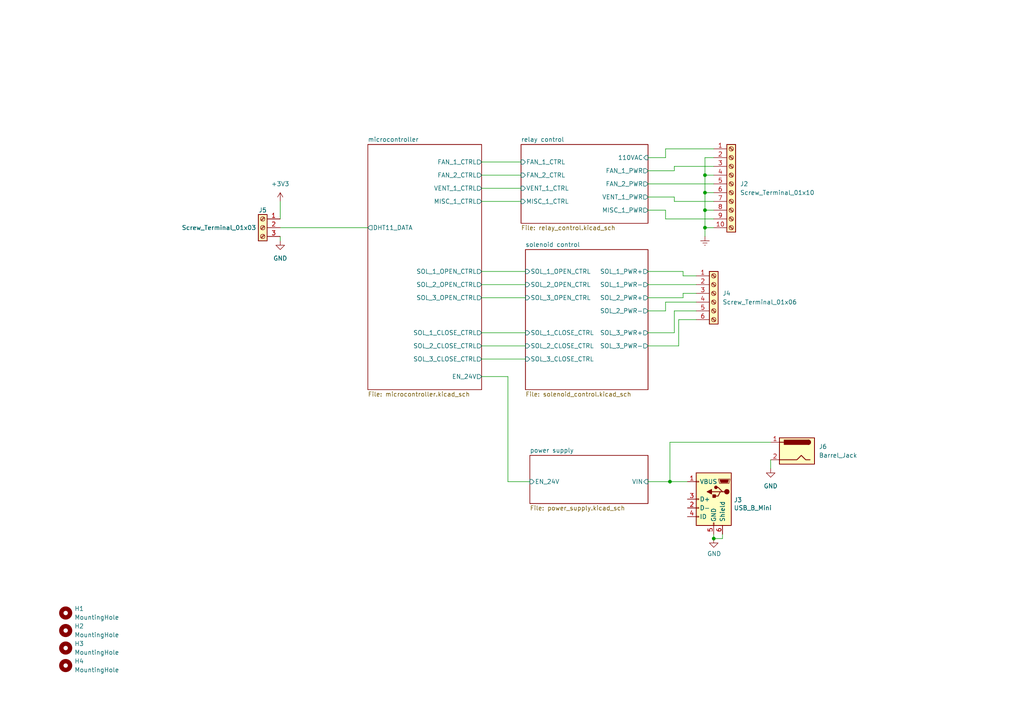
<source format=kicad_sch>
(kicad_sch (version 20211123) (generator eeschema)
  (paper "A4")
  (lib_symbols
    (symbol "Connector:Barrel_Jack" (pin_names (offset 1.016))
      (property "Reference" "J" (at 0 5.334 0))
      (property "Value" "Barrel_Jack" (at 0 -5.08 0))
      (symbol "Barrel_Jack_0_1"
        (rectangle (start -5.08 3.81) (end 5.08 -3.81) (stroke (width 0.254)) (fill (type background)))
        (arc (start -3.302 3.175) (mid -3.937 2.54) (end -3.302 1.905) (stroke (width 0.254)))
        (arc (start -3.302 3.175) (mid -3.937 2.54) (end -3.302 1.905) (stroke (width 0.254)) (fill (type outline)))
        (polyline (pts (xy 5.08 2.54) (xy 3.81 2.54)) (stroke (width 0.254)))
        (polyline (pts (xy -3.81 -2.54) (xy -2.54 -2.54) (xy -1.27 -1.27) (xy 0 -2.54) (xy 2.54 -2.54) (xy 5.08 -2.54)) (stroke (width 0.254)))
        (rectangle (start 3.683 3.175) (end -3.302 1.905) (stroke (width 0.254)) (fill (type outline)))
      )
      (symbol "Barrel_Jack_1_1"
        (pin passive line (at 7.62 2.54 180) (length 2.54) (name "~") (number "1"))
        (pin passive line (at 7.62 -2.54 180) (length 2.54) (name "~") (number "2"))
      )
    )
    (symbol "Connector:Screw_Terminal_01x03" (pin_names (offset 1.016) hide)
      (property "Reference" "J" (at 0 5.08 0))
      (property "Value" "Screw_Terminal_01x03" (at 0 -5.08 0))
      (symbol "Screw_Terminal_01x03_1_1"
        (rectangle (start -1.27 3.81) (end 1.27 -3.81) (stroke (width 0.254)) (fill (type background)))
        (circle (center 0 -2.54) (radius 0.635) (stroke (width 0.1524)))
        (polyline (pts (xy -0.5334 -2.2098) (xy 0.3302 -3.048)) (stroke (width 0.1524)))
        (polyline (pts (xy -0.5334 0.3302) (xy 0.3302 -0.508)) (stroke (width 0.1524)))
        (polyline (pts (xy -0.5334 2.8702) (xy 0.3302 2.032)) (stroke (width 0.1524)))
        (polyline (pts (xy -0.3556 -2.032) (xy 0.508 -2.8702)) (stroke (width 0.1524)))
        (polyline (pts (xy -0.3556 0.508) (xy 0.508 -0.3302)) (stroke (width 0.1524)))
        (polyline (pts (xy -0.3556 3.048) (xy 0.508 2.2098)) (stroke (width 0.1524)))
        (circle (center 0 0) (radius 0.635) (stroke (width 0.1524)))
        (circle (center 0 2.54) (radius 0.635) (stroke (width 0.1524)))
        (pin passive line (at -5.08 2.54 0) (length 3.81) (name "Pin_1") (number "1"))
        (pin passive line (at -5.08 0 0) (length 3.81) (name "Pin_2") (number "2"))
        (pin passive line (at -5.08 -2.54 0) (length 3.81) (name "Pin_3") (number "3"))
      )
    )
    (symbol "Connector:Screw_Terminal_01x06" (pin_names (offset 1.016) hide)
      (property "Reference" "J" (at 0 7.62 0))
      (property "Value" "Screw_Terminal_01x06" (at 0 -10.16 0))
      (symbol "Screw_Terminal_01x06_1_1"
        (rectangle (start -1.27 6.35) (end 1.27 -8.89) (stroke (width 0.254)) (fill (type background)))
        (circle (center 0 -7.62) (radius 0.635) (stroke (width 0.1524)))
        (circle (center 0 -5.08) (radius 0.635) (stroke (width 0.1524)))
        (circle (center 0 -2.54) (radius 0.635) (stroke (width 0.1524)))
        (polyline (pts (xy -0.5334 -7.2898) (xy 0.3302 -8.128)) (stroke (width 0.1524)))
        (polyline (pts (xy -0.5334 -4.7498) (xy 0.3302 -5.588)) (stroke (width 0.1524)))
        (polyline (pts (xy -0.5334 -2.2098) (xy 0.3302 -3.048)) (stroke (width 0.1524)))
        (polyline (pts (xy -0.5334 0.3302) (xy 0.3302 -0.508)) (stroke (width 0.1524)))
        (polyline (pts (xy -0.5334 2.8702) (xy 0.3302 2.032)) (stroke (width 0.1524)))
        (polyline (pts (xy -0.5334 5.4102) (xy 0.3302 4.572)) (stroke (width 0.1524)))
        (polyline (pts (xy -0.3556 -7.112) (xy 0.508 -7.9502)) (stroke (width 0.1524)))
        (polyline (pts (xy -0.3556 -4.572) (xy 0.508 -5.4102)) (stroke (width 0.1524)))
        (polyline (pts (xy -0.3556 -2.032) (xy 0.508 -2.8702)) (stroke (width 0.1524)))
        (polyline (pts (xy -0.3556 0.508) (xy 0.508 -0.3302)) (stroke (width 0.1524)))
        (polyline (pts (xy -0.3556 3.048) (xy 0.508 2.2098)) (stroke (width 0.1524)))
        (polyline (pts (xy -0.3556 5.588) (xy 0.508 4.7498)) (stroke (width 0.1524)))
        (circle (center 0 0) (radius 0.635) (stroke (width 0.1524)))
        (circle (center 0 2.54) (radius 0.635) (stroke (width 0.1524)))
        (circle (center 0 5.08) (radius 0.635) (stroke (width 0.1524)))
        (pin passive line (at -5.08 5.08 0) (length 3.81) (name "Pin_1") (number "1"))
        (pin passive line (at -5.08 2.54 0) (length 3.81) (name "Pin_2") (number "2"))
        (pin passive line (at -5.08 0 0) (length 3.81) (name "Pin_3") (number "3"))
        (pin passive line (at -5.08 -2.54 0) (length 3.81) (name "Pin_4") (number "4"))
        (pin passive line (at -5.08 -5.08 0) (length 3.81) (name "Pin_5") (number "5"))
        (pin passive line (at -5.08 -7.62 0) (length 3.81) (name "Pin_6") (number "6"))
      )
    )
    (symbol "Connector:Screw_Terminal_01x10" (pin_names (offset 1.016) hide)
      (property "Reference" "J" (at 0 12.7 0))
      (property "Value" "Screw_Terminal_01x10" (at 0 -15.24 0))
      (symbol "Screw_Terminal_01x10_1_1"
        (rectangle (start -1.27 11.43) (end 1.27 -13.97) (stroke (width 0.254)) (fill (type background)))
        (circle (center 0 -12.7) (radius 0.635) (stroke (width 0.1524)))
        (circle (center 0 -10.16) (radius 0.635) (stroke (width 0.1524)))
        (circle (center 0 -7.62) (radius 0.635) (stroke (width 0.1524)))
        (circle (center 0 -5.08) (radius 0.635) (stroke (width 0.1524)))
        (circle (center 0 -2.54) (radius 0.635) (stroke (width 0.1524)))
        (polyline (pts (xy -0.5334 -12.3698) (xy 0.3302 -13.208)) (stroke (width 0.1524)))
        (polyline (pts (xy -0.5334 -9.8298) (xy 0.3302 -10.668)) (stroke (width 0.1524)))
        (polyline (pts (xy -0.5334 -7.2898) (xy 0.3302 -8.128)) (stroke (width 0.1524)))
        (polyline (pts (xy -0.5334 -4.7498) (xy 0.3302 -5.588)) (stroke (width 0.1524)))
        (polyline (pts (xy -0.5334 -2.2098) (xy 0.3302 -3.048)) (stroke (width 0.1524)))
        (polyline (pts (xy -0.5334 0.3302) (xy 0.3302 -0.508)) (stroke (width 0.1524)))
        (polyline (pts (xy -0.5334 2.8702) (xy 0.3302 2.032)) (stroke (width 0.1524)))
        (polyline (pts (xy -0.5334 5.4102) (xy 0.3302 4.572)) (stroke (width 0.1524)))
        (polyline (pts (xy -0.5334 7.9502) (xy 0.3302 7.112)) (stroke (width 0.1524)))
        (polyline (pts (xy -0.5334 10.4902) (xy 0.3302 9.652)) (stroke (width 0.1524)))
        (polyline (pts (xy -0.3556 -12.192) (xy 0.508 -13.0302)) (stroke (width 0.1524)))
        (polyline (pts (xy -0.3556 -9.652) (xy 0.508 -10.4902)) (stroke (width 0.1524)))
        (polyline (pts (xy -0.3556 -7.112) (xy 0.508 -7.9502)) (stroke (width 0.1524)))
        (polyline (pts (xy -0.3556 -4.572) (xy 0.508 -5.4102)) (stroke (width 0.1524)))
        (polyline (pts (xy -0.3556 -2.032) (xy 0.508 -2.8702)) (stroke (width 0.1524)))
        (polyline (pts (xy -0.3556 0.508) (xy 0.508 -0.3302)) (stroke (width 0.1524)))
        (polyline (pts (xy -0.3556 3.048) (xy 0.508 2.2098)) (stroke (width 0.1524)))
        (polyline (pts (xy -0.3556 5.588) (xy 0.508 4.7498)) (stroke (width 0.1524)))
        (polyline (pts (xy -0.3556 8.128) (xy 0.508 7.2898)) (stroke (width 0.1524)))
        (polyline (pts (xy -0.3556 10.668) (xy 0.508 9.8298)) (stroke (width 0.1524)))
        (circle (center 0 0) (radius 0.635) (stroke (width 0.1524)))
        (circle (center 0 2.54) (radius 0.635) (stroke (width 0.1524)))
        (circle (center 0 5.08) (radius 0.635) (stroke (width 0.1524)))
        (circle (center 0 7.62) (radius 0.635) (stroke (width 0.1524)))
        (circle (center 0 10.16) (radius 0.635) (stroke (width 0.1524)))
        (pin passive line (at -5.08 10.16 0) (length 3.81) (name "Pin_1") (number "1"))
        (pin passive line (at -5.08 -12.7 0) (length 3.81) (name "Pin_10") (number "10"))
        (pin passive line (at -5.08 7.62 0) (length 3.81) (name "Pin_2") (number "2"))
        (pin passive line (at -5.08 5.08 0) (length 3.81) (name "Pin_3") (number "3"))
        (pin passive line (at -5.08 2.54 0) (length 3.81) (name "Pin_4") (number "4"))
        (pin passive line (at -5.08 0 0) (length 3.81) (name "Pin_5") (number "5"))
        (pin passive line (at -5.08 -2.54 0) (length 3.81) (name "Pin_6") (number "6"))
        (pin passive line (at -5.08 -5.08 0) (length 3.81) (name "Pin_7") (number "7"))
        (pin passive line (at -5.08 -7.62 0) (length 3.81) (name "Pin_8") (number "8"))
        (pin passive line (at -5.08 -10.16 0) (length 3.81) (name "Pin_9") (number "9"))
      )
    )
    (symbol "Mechanical:MountingHole" (pin_names (offset 1.016))
      (property "Reference" "H" (at 0 5.08 0))
      (property "Value" "MountingHole" (at 0 3.175 0))
      (symbol "MountingHole_0_1"
        (circle (center 0 0) (radius 1.27) (stroke (width 1.27)))
      )
    )
    (symbol "green_house_controller-rescue:USB_B_Mini-Connector" (pin_names (offset 1.016))
      (property "Reference" "J" (at -5.08 11.43 0))
      (property "Value" "USB_B_Mini-Connector" (at -5.08 8.89 0))
      (symbol "USB_B_Mini-Connector_0_1"
        (rectangle (start -5.08 -7.62) (end 5.08 7.62) (stroke (width 0.254)) (fill (type background)))
        (circle (center -3.81 2.159) (radius 0.635) (stroke (width 0.254)) (fill (type outline)))
        (circle (center -0.635 3.429) (radius 0.381) (stroke (width 0.254)) (fill (type outline)))
        (rectangle (start -0.127 -7.62) (end 0.127 -6.858))
        (polyline (pts (xy -1.905 2.159) (xy 0.635 2.159)) (stroke (width 0.254)))
        (polyline (pts (xy -3.175 2.159) (xy -2.54 2.159) (xy -1.27 3.429) (xy -0.635 3.429)) (stroke (width 0.254)))
        (polyline (pts (xy -2.54 2.159) (xy -1.905 2.159) (xy -1.27 0.889) (xy 0 0.889)) (stroke (width 0.254)))
        (polyline (pts (xy 0.635 2.794) (xy 0.635 1.524) (xy 1.905 2.159) (xy 0.635 2.794)) (stroke (width 0.254)) (fill (type outline)))
        (polyline (pts (xy -4.318 5.588) (xy -1.778 5.588) (xy -2.032 4.826) (xy -4.064 4.826) (xy -4.318 5.588)) (fill (type outline)))
        (polyline (pts (xy -4.699 5.842) (xy -4.699 5.588) (xy -4.445 4.826) (xy -4.445 4.572) (xy -1.651 4.572) (xy -1.651 4.826) (xy -1.397 5.588) (xy -1.397 5.842) (xy -4.699 5.842)))
        (rectangle (start 0.254 1.27) (end -0.508 0.508) (stroke (width 0.254)) (fill (type outline)))
        (rectangle (start 5.08 -5.207) (end 4.318 -4.953))
        (rectangle (start 5.08 -2.667) (end 4.318 -2.413))
        (rectangle (start 5.08 -0.127) (end 4.318 0.127))
        (rectangle (start 5.08 4.953) (end 4.318 5.207))
      )
      (symbol "USB_B_Mini-Connector_1_1"
        (pin power_out line (at 7.62 5.08 180) (length 2.54) (name "VBUS") (number "1"))
        (pin passive line (at 7.62 -2.54 180) (length 2.54) (name "D-") (number "2"))
        (pin passive line (at 7.62 0 180) (length 2.54) (name "D+") (number "3"))
        (pin passive line (at 7.62 -5.08 180) (length 2.54) (name "ID") (number "4"))
        (pin power_out line (at 0 -10.16 90) (length 2.54) (name "GND") (number "5"))
        (pin passive line (at -2.54 -10.16 90) (length 2.54) (name "Shield") (number "6"))
      )
    )
    (symbol "power:+3V3" (power) (pin_names (offset 0))
      (property "Value" "+3V3" (at 0 3.556 0))
      (symbol "+3V3_0_1"
        (polyline (pts (xy -0.762 1.27) (xy 0 2.54)))
        (polyline (pts (xy 0 0) (xy 0 2.54)))
        (polyline (pts (xy 0 2.54) (xy 0.762 1.27)))
      )
      (symbol "+3V3_1_1"
        (pin power_in line (at 0 0 90) (length 0) hide (name "+3V3") (number "1"))
      )
    )
    (symbol "power:Earth" (power) (pin_names (offset 0))
      (symbol "Earth_0_1"
        (polyline (pts (xy -0.635 -1.905) (xy 0.635 -1.905)))
        (polyline (pts (xy -0.127 -2.54) (xy 0.127 -2.54)))
        (polyline (pts (xy 0 -1.27) (xy 0 0)))
        (polyline (pts (xy 1.27 -1.27) (xy -1.27 -1.27)))
      )
      (symbol "Earth_1_1"
        (pin power_in line (at 0 0 270) (length 0) hide (name "Earth") (number "1"))
      )
    )
    (symbol "power:GND" (power) (pin_names (offset 0))
      (property "Value" "GND" (at 0 -3.81 0))
      (symbol "GND_0_1"
        (polyline (pts (xy 0 0) (xy 0 -1.27) (xy 1.27 -1.27) (xy 0 -2.54) (xy -1.27 -1.27) (xy 0 -1.27)))
      )
      (symbol "GND_1_1"
        (pin power_in line (at 0 0 270) (length 0) hide (name "GND") (number "1"))
      )
    )
  )
  (junction (at 204.47 50.8))
  (junction (at 204.47 66.04))
  (junction (at 204.47 60.96))
  (junction (at 194.31 139.7))
  (junction (at 204.47 55.88))
  (junction (at 207.01 156.21))
  (wire (pts (xy 201.93 80.01) (xy 198.12 80.01)))
  (wire (pts (xy 195.58 96.52) (xy 187.96 96.52)))
  (wire (pts (xy 207.01 43.18) (xy 193.04 43.18)))
  (wire (pts (xy 193.04 63.5) (xy 193.04 60.96)))
  (wire (pts (xy 201.93 92.71) (xy 196.85 92.71)))
  (wire (pts (xy 198.12 78.74) (xy 187.96 78.74)))
  (wire (pts (xy 204.47 50.8) (xy 207.01 50.8)))
  (wire (pts (xy 195.58 49.53) (xy 187.96 49.53)))
  (wire (pts (xy 193.04 87.63) (xy 193.04 90.17)))
  (wire (pts (xy 194.31 139.7) (xy 187.96 139.7)))
  (wire (pts (xy 204.47 66.04) (xy 207.01 66.04)))
  (wire (pts (xy 204.47 60.96) (xy 204.47 66.04)))
  (wire (pts (xy 198.12 86.36) (xy 187.96 86.36)))
  (wire (pts (xy 195.58 90.17) (xy 195.58 96.52)))
  (wire (pts (xy 223.52 135.89) (xy 223.52 133.35)))
  (wire (pts (xy 207.01 58.42) (xy 195.58 58.42)))
  (wire (pts (xy 139.7 104.14) (xy 152.4 104.14)))
  (wire (pts (xy 81.28 66.04) (xy 106.68 66.04)))
  (wire (pts (xy 209.55 154.94) (xy 209.55 156.21)))
  (wire (pts (xy 198.12 85.09) (xy 198.12 86.36)))
  (wire (pts (xy 204.47 60.96) (xy 207.01 60.96)))
  (wire (pts (xy 195.58 48.26) (xy 195.58 49.53)))
  (wire (pts (xy 207.01 45.72) (xy 204.47 45.72)))
  (wire (pts (xy 207.01 154.94) (xy 207.01 156.21)))
  (wire (pts (xy 139.7 58.42) (xy 151.13 58.42)))
  (wire (pts (xy 195.58 58.42) (xy 195.58 57.15)))
  (wire (pts (xy 139.7 54.61) (xy 151.13 54.61)))
  (wire (pts (xy 139.7 46.99) (xy 151.13 46.99)))
  (wire (pts (xy 196.85 100.33) (xy 187.96 100.33)))
  (wire (pts (xy 81.28 68.58) (xy 81.28 69.85)))
  (wire (pts (xy 147.32 139.7) (xy 153.67 139.7)))
  (wire (pts (xy 147.32 109.22) (xy 147.32 139.7)))
  (wire (pts (xy 195.58 57.15) (xy 187.96 57.15)))
  (wire (pts (xy 139.7 109.22) (xy 147.32 109.22)))
  (wire (pts (xy 139.7 96.52) (xy 152.4 96.52)))
  (wire (pts (xy 187.96 53.34) (xy 207.01 53.34)))
  (wire (pts (xy 196.85 92.71) (xy 196.85 100.33)))
  (wire (pts (xy 201.93 85.09) (xy 198.12 85.09)))
  (wire (pts (xy 204.47 55.88) (xy 207.01 55.88)))
  (wire (pts (xy 207.01 63.5) (xy 193.04 63.5)))
  (wire (pts (xy 193.04 45.72) (xy 187.96 45.72)))
  (wire (pts (xy 187.96 82.55) (xy 201.93 82.55)))
  (wire (pts (xy 194.31 128.27) (xy 194.31 139.7)))
  (wire (pts (xy 201.93 90.17) (xy 195.58 90.17)))
  (wire (pts (xy 139.7 86.36) (xy 152.4 86.36)))
  (wire (pts (xy 139.7 78.74) (xy 152.4 78.74)))
  (wire (pts (xy 204.47 66.04) (xy 204.47 68.58)))
  (wire (pts (xy 207.01 48.26) (xy 195.58 48.26)))
  (wire (pts (xy 204.47 50.8) (xy 204.47 55.88)))
  (wire (pts (xy 199.39 139.7) (xy 194.31 139.7)))
  (wire (pts (xy 81.28 58.42) (xy 81.28 63.5)))
  (wire (pts (xy 193.04 43.18) (xy 193.04 45.72)))
  (wire (pts (xy 204.47 45.72) (xy 204.47 50.8)))
  (wire (pts (xy 223.52 128.27) (xy 194.31 128.27)))
  (wire (pts (xy 201.93 87.63) (xy 193.04 87.63)))
  (wire (pts (xy 193.04 90.17) (xy 187.96 90.17)))
  (wire (pts (xy 139.7 100.33) (xy 152.4 100.33)))
  (wire (pts (xy 187.96 60.96) (xy 193.04 60.96)))
  (wire (pts (xy 209.55 156.21) (xy 207.01 156.21)))
  (wire (pts (xy 198.12 80.01) (xy 198.12 78.74)))
  (wire (pts (xy 139.7 50.8) (xy 151.13 50.8)))
  (wire (pts (xy 204.47 55.88) (xy 204.47 60.96)))
  (wire (pts (xy 139.7 82.55) (xy 152.4 82.55)))
  (symbol (lib_id "green_house_controller-rescue:USB_B_Mini-Connector") (at 207.01 144.78 0) (mirror y) (unit 1)
    (property "Reference" "J3" (at 212.8266 145.0086 0) (effects (justify right)))
    (property "Value" "USB_B_Mini" (at 212.8266 147.32 0) (effects (justify right)))
    (property "Footprint" "Connector_USB:USB_Mini-B_Lumberg_2486_01_Horizontal" (effects hide))
  )
  (symbol (lib_id "power:GND") (at 207.01 156.21 0) (unit 1)
    (property "Reference" "#PWR08" (effects hide))
    (property "Value" "GND" (at 207.137 160.6042 0))
  )
  (symbol (lib_id "Connector:Screw_Terminal_01x10") (at 212.09 53.34 0) (unit 1)
    (property "Reference" "J2" (at 214.63 53.3399 0) (effects (justify left)))
    (property "Value" "Screw_Terminal_01x10" (at 214.63 55.8799 0) (effects (justify left)))
    (property "Footprint" "Connector_Phoenix_MC_HighVoltage:PhoenixContact_MCV_1,5_10-G-5.08_1x10_P5.08mm_Vertical" (effects hide))
  )
  (symbol (lib_id "Mechanical:MountingHole") (at 19.05 193.04 0) (unit 1)
    (property "Reference" "H4" (at 21.59 191.7699 0) (effects (justify left)))
    (property "Value" "MountingHole" (at 21.59 194.3099 0) (effects (justify left)))
    (property "Footprint" "MountingHole:MountingHole_3.2mm_M3" (effects hide))
  )
  (symbol (lib_id "power:GND") (at 81.28 69.85 0) (unit 1)
    (property "Reference" "#PWR071" (effects hide))
    (property "Value" "GND" (at 81.28 74.93 0))
  )
  (symbol (lib_id "Connector:Barrel_Jack") (at 231.14 130.81 0) (mirror y) (unit 1)
    (property "Reference" "J6" (at 237.49 129.5399 0) (effects (justify right)))
    (property "Value" "Barrel_Jack" (at 237.49 132.0799 0) (effects (justify right)))
    (property "Footprint" "Connector_BarrelJack:BarrelJack_CUI_PJ-102AH_Horizontal" (effects hide))
  )
  (symbol (lib_id "Mechanical:MountingHole") (at 19.05 182.88 0) (unit 1)
    (property "Reference" "H2" (at 21.59 181.6099 0) (effects (justify left)))
    (property "Value" "MountingHole" (at 21.59 184.1499 0) (effects (justify left)))
    (property "Footprint" "MountingHole:MountingHole_3.2mm_M3" (effects hide))
  )
  (symbol (lib_id "power:Earth") (at 204.47 68.58 0) (unit 1)
    (property "Reference" "#PWR0116" (effects hide))
    (property "Value" "Earth" (effects hide))
  )
  (symbol (lib_id "Mechanical:MountingHole") (at 19.05 177.8 0) (unit 1)
    (property "Reference" "H1" (at 21.59 176.5299 0) (effects (justify left)))
    (property "Value" "MountingHole" (at 21.59 179.0699 0) (effects (justify left)))
    (property "Footprint" "MountingHole:MountingHole_3.2mm_M3" (effects hide))
  )
  (symbol (lib_id "power:+3V3") (at 81.28 58.42 0) (unit 1)
    (property "Reference" "#PWR01" (effects hide))
    (property "Value" "+3V3" (at 81.28 53.34 0))
  )
  (symbol (lib_id "Connector:Screw_Terminal_01x06") (at 207.01 85.09 0) (unit 1)
    (property "Reference" "J4" (at 209.55 85.0899 0) (effects (justify left)))
    (property "Value" "Screw_Terminal_01x06" (at 209.55 87.6299 0) (effects (justify left)))
    (property "Footprint" "Connector_Phoenix_MC_HighVoltage:PhoenixContact_MCV_1,5_6-G-5.08_1x06_P5.08mm_Vertical" (effects hide))
  )
  (symbol (lib_id "Connector:Screw_Terminal_01x03") (at 76.2 66.04 0) (mirror y) (unit 1)
    (property "Reference" "J5" (at 76.2 60.96 0))
    (property "Value" "Screw_Terminal_01x03" (at 63.5 66.04 0))
    (property "Footprint" "Connector_Phoenix_MC_HighVoltage:PhoenixContact_MCV_1,5_3-G-5.08_1x03_P5.08mm_Vertical" (effects hide))
  )
  (symbol (lib_id "power:GND") (at 223.52 135.89 0) (unit 1)
    (property "Reference" "#PWR031" (effects hide))
    (property "Value" "GND" (at 223.52 140.97 0))
  )
  (symbol (lib_id "Mechanical:MountingHole") (at 19.05 187.96 0) (unit 1)
    (property "Reference" "H3" (at 21.59 186.6899 0) (effects (justify left)))
    (property "Value" "MountingHole" (at 21.59 189.2299 0) (effects (justify left)))
    (property "Footprint" "MountingHole:MountingHole_3.2mm_M3" (effects hide))
  )
  (sheet (at 106.68 41.91) (size 33.02 71.12)
    (property "Sheet name" "microcontroller" (at 106.68 41.1984 0) (effects (justify left bottom)))
    (property "Sheet file" "microcontroller.kicad_sch" (at 106.68 113.6146 0) (effects (justify left top)))
    (pin "MISC_1_CTRL" output (at 139.7 58.42 0))
    (pin "DHT11_DATA" output (at 106.68 66.04 180))
    (pin "SOL_1_OPEN_CTRL" output (at 139.7 78.74 0))
    (pin "SOL_2_OPEN_CTRL" output (at 139.7 82.55 0))
    (pin "SOL_3_OPEN_CTRL" output (at 139.7 86.36 0))
    (pin "FAN_1_CTRL" output (at 139.7 46.99 0))
    (pin "FAN_2_CTRL" output (at 139.7 50.8 0))
    (pin "VENT_1_CTRL" output (at 139.7 54.61 0))
    (pin "SOL_2_CLOSE_CTRL" output (at 139.7 100.33 0))
    (pin "SOL_3_CLOSE_CTRL" output (at 139.7 104.14 0))
    (pin "SOL_1_CLOSE_CTRL" output (at 139.7 96.52 0))
    (pin "EN_24V" output (at 139.7 109.22 0))
  )
  (sheet (at 153.67 132.08) (size 34.29 13.97)
    (property "Sheet name" "power supply" (at 153.67 131.3684 0) (effects (justify left bottom)))
    (property "Sheet file" "power_supply.kicad_sch" (at 153.67 146.6346 0) (effects (justify left top)))
    (pin "VIN" input (at 187.96 139.7 0))
    (pin "EN_24V" input (at 153.67 139.7 180))
  )
  (sheet (at 151.13 41.91) (size 36.83 22.86)
    (property "Sheet name" "relay control" (at 151.13 41.1984 0) (effects (justify left bottom)))
    (property "Sheet file" "relay_control.kicad_sch" (at 151.13 65.3546 0) (effects (justify left top)))
    (pin "110VAC" input (at 187.96 45.72 0))
    (pin "FAN_1_PWR" output (at 187.96 49.53 0))
    (pin "FAN_2_PWR" output (at 187.96 53.34 0))
    (pin "MISC_1_PWR" output (at 187.96 60.96 0))
    (pin "VENT_1_PWR" output (at 187.96 57.15 0))
    (pin "FAN_2_CTRL" input (at 151.13 50.8 180))
    (pin "FAN_1_CTRL" input (at 151.13 46.99 180))
    (pin "VENT_1_CTRL" input (at 151.13 54.61 180))
    (pin "MISC_1_CTRL" input (at 151.13 58.42 180))
  )
  (sheet (at 152.4 72.39) (size 35.56 40.64) (stroke (width 0.1524))
    (property "Sheet name" "solenoid control" (at 152.4 71.6784 0) (effects (justify left bottom)))
    (property "Sheet file" "solenoid_control.kicad_sch" (at 152.4 113.6146 0) (effects (justify left top)))
    (pin "SOL_1_OPEN_CTRL" input (at 152.4 78.74 180))
    (pin "SOL_2_OPEN_CTRL" input (at 152.4 82.55 180))
    (pin "SOL_3_OPEN_CTRL" input (at 152.4 86.36 180))
    (pin "SOL_1_CLOSE_CTRL" input (at 152.4 96.52 180))
    (pin "SOL_2_PWR+" output (at 187.96 86.36 0))
    (pin "SOL_1_PWR+" output (at 187.96 78.74 0))
    (pin "SOL_2_PWR-" output (at 187.96 90.17 0))
    (pin "SOL_3_PWR-" output (at 187.96 100.33 0))
    (pin "SOL_3_PWR+" output (at 187.96 96.52 0))
    (pin "SOL_1_PWR-" output (at 187.96 82.55 0))
    (pin "SOL_2_CLOSE_CTRL" input (at 152.4 100.33 180))
    (pin "SOL_3_CLOSE_CTRL" input (at 152.4 104.14 180))
  )
)
</source>
